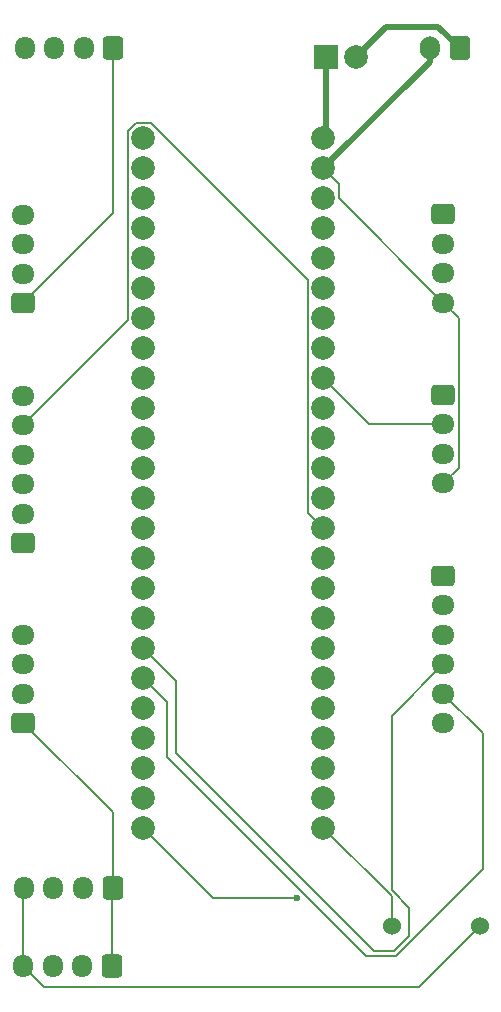
<source format=gbr>
%TF.GenerationSoftware,KiCad,Pcbnew,8.0.3*%
%TF.CreationDate,2024-10-23T15:03:03-04:00*%
%TF.ProjectId,mcu-board,6d63752d-626f-4617-9264-2e6b69636164,rev?*%
%TF.SameCoordinates,Original*%
%TF.FileFunction,Copper,L2,Bot*%
%TF.FilePolarity,Positive*%
%FSLAX46Y46*%
G04 Gerber Fmt 4.6, Leading zero omitted, Abs format (unit mm)*
G04 Created by KiCad (PCBNEW 8.0.3) date 2024-10-23 15:03:03*
%MOMM*%
%LPD*%
G01*
G04 APERTURE LIST*
G04 Aperture macros list*
%AMRoundRect*
0 Rectangle with rounded corners*
0 $1 Rounding radius*
0 $2 $3 $4 $5 $6 $7 $8 $9 X,Y pos of 4 corners*
0 Add a 4 corners polygon primitive as box body*
4,1,4,$2,$3,$4,$5,$6,$7,$8,$9,$2,$3,0*
0 Add four circle primitives for the rounded corners*
1,1,$1+$1,$2,$3*
1,1,$1+$1,$4,$5*
1,1,$1+$1,$6,$7*
1,1,$1+$1,$8,$9*
0 Add four rect primitives between the rounded corners*
20,1,$1+$1,$2,$3,$4,$5,0*
20,1,$1+$1,$4,$5,$6,$7,0*
20,1,$1+$1,$6,$7,$8,$9,0*
20,1,$1+$1,$8,$9,$2,$3,0*%
G04 Aperture macros list end*
%TA.AperFunction,ComponentPad*%
%ADD10R,2.000000X2.000000*%
%TD*%
%TA.AperFunction,ComponentPad*%
%ADD11C,2.000000*%
%TD*%
%TA.AperFunction,ComponentPad*%
%ADD12C,1.524000*%
%TD*%
%TA.AperFunction,ComponentPad*%
%ADD13RoundRect,0.250000X-0.725000X0.600000X-0.725000X-0.600000X0.725000X-0.600000X0.725000X0.600000X0*%
%TD*%
%TA.AperFunction,ComponentPad*%
%ADD14O,1.950000X1.700000*%
%TD*%
%TA.AperFunction,ComponentPad*%
%ADD15RoundRect,0.250000X0.600000X0.725000X-0.600000X0.725000X-0.600000X-0.725000X0.600000X-0.725000X0*%
%TD*%
%TA.AperFunction,ComponentPad*%
%ADD16O,1.700000X1.950000*%
%TD*%
%TA.AperFunction,ComponentPad*%
%ADD17RoundRect,0.250000X0.600000X0.750000X-0.600000X0.750000X-0.600000X-0.750000X0.600000X-0.750000X0*%
%TD*%
%TA.AperFunction,ComponentPad*%
%ADD18O,1.700000X2.000000*%
%TD*%
%TA.AperFunction,ComponentPad*%
%ADD19RoundRect,0.250000X0.725000X-0.600000X0.725000X0.600000X-0.725000X0.600000X-0.725000X-0.600000X0*%
%TD*%
%TA.AperFunction,ViaPad*%
%ADD20C,0.600000*%
%TD*%
%TA.AperFunction,Conductor*%
%ADD21C,0.200000*%
%TD*%
%TA.AperFunction,Conductor*%
%ADD22C,0.508000*%
%TD*%
G04 APERTURE END LIST*
D10*
%TO.P,J11,1,Pin_1*%
%TO.N,Net-(J11-Pin_1)*%
X172960000Y-35000000D03*
D11*
%TO.P,J11,2,Pin_2*%
%TO.N,Net-(J11-Pin_2)*%
X175500000Y-35000000D03*
%TD*%
D12*
%TO.P,BZ1,1,+*%
%TO.N,Net-(BZ1-+)*%
X178500000Y-108600000D03*
%TO.P,BZ1,2,-*%
%TO.N,GND*%
X186000000Y-108600000D03*
%TD*%
D13*
%TO.P,J8,1,Pin_1*%
%TO.N,GND*%
X182880000Y-78940000D03*
D14*
%TO.P,J8,2,Pin_2*%
%TO.N,+3.3V*%
X182880000Y-81440000D03*
%TO.P,J8,3,Pin_3*%
%TO.N,/MISO1*%
X182880000Y-83940000D03*
%TO.P,J8,4,Pin_4*%
%TO.N,/MOSI1*%
X182880000Y-86440000D03*
%TO.P,J8,5,Pin_5*%
%TO.N,/SCK1*%
X182880000Y-88940000D03*
%TO.P,J8,6,Pin_6*%
%TO.N,/CS1*%
X182880000Y-91440000D03*
%TD*%
D13*
%TO.P,J5,1,Pin_1*%
%TO.N,+3.3V*%
X182880000Y-48340000D03*
D14*
%TO.P,J5,2,Pin_2*%
%TO.N,/RX5*%
X182880000Y-50840000D03*
%TO.P,J5,3,Pin_3*%
%TO.N,/TX5*%
X182880000Y-53340000D03*
%TO.P,J5,4,Pin_4*%
%TO.N,GND*%
X182880000Y-55840000D03*
%TD*%
D15*
%TO.P,J3,1,Pin_1*%
%TO.N,+3.3V*%
X154940000Y-34290000D03*
D16*
%TO.P,J3,2,Pin_2*%
%TO.N,/RX1*%
X152440000Y-34290000D03*
%TO.P,J3,3,Pin_3*%
%TO.N,/TX1*%
X149940000Y-34290000D03*
%TO.P,J3,4,Pin_4*%
%TO.N,GND*%
X147440000Y-34290000D03*
%TD*%
D17*
%TO.P,J9,1,Pin_1*%
%TO.N,Net-(J11-Pin_2)*%
X184250000Y-34290000D03*
D18*
%TO.P,J9,2,Pin_2*%
%TO.N,GND*%
X181750000Y-34290000D03*
%TD*%
D13*
%TO.P,J1,1,Pin_1*%
%TO.N,+3.3V*%
X182880000Y-63620000D03*
D14*
%TO.P,J1,2,Pin_2*%
%TO.N,/SDA0*%
X182880000Y-66120000D03*
%TO.P,J1,3,Pin_3*%
%TO.N,/SCL0*%
X182880000Y-68620000D03*
%TO.P,J1,4,Pin_4*%
%TO.N,GND*%
X182880000Y-71120000D03*
%TD*%
D19*
%TO.P,J2,1,Pin_1*%
%TO.N,+3.3V*%
X147320000Y-91440000D03*
D14*
%TO.P,J2,2,Pin_2*%
%TO.N,/SDA2*%
X147320000Y-88940000D03*
%TO.P,J2,3,Pin_3*%
%TO.N,/SCL2*%
X147320000Y-86440000D03*
%TO.P,J2,4,Pin_4*%
%TO.N,GND*%
X147320000Y-83940000D03*
%TD*%
D15*
%TO.P,J7,1,Pin_1*%
%TO.N,+3.3V*%
X154800000Y-112000000D03*
D16*
%TO.P,J7,2,Pin_2*%
%TO.N,/RX8*%
X152300000Y-112000000D03*
%TO.P,J7,3,Pin_3*%
%TO.N,/TX8*%
X149800000Y-112000000D03*
%TO.P,J7,4,Pin_4*%
%TO.N,GND*%
X147300000Y-112000000D03*
%TD*%
D15*
%TO.P,J6,1,Pin_1*%
%TO.N,+3.3V*%
X154860000Y-105400000D03*
D16*
%TO.P,J6,2,Pin_2*%
%TO.N,/RX7*%
X152360000Y-105400000D03*
%TO.P,J6,3,Pin_3*%
%TO.N,/TX7*%
X149860000Y-105400000D03*
%TO.P,J6,4,Pin_4*%
%TO.N,GND*%
X147360000Y-105400000D03*
%TD*%
D19*
%TO.P,J10,1,Pin_1*%
%TO.N,GND*%
X147320000Y-76200000D03*
D14*
%TO.P,J10,2,Pin_2*%
%TO.N,+3.3V*%
X147320000Y-73700000D03*
%TO.P,J10,3,Pin_3*%
%TO.N,/MISO0*%
X147320000Y-71200000D03*
%TO.P,J10,4,Pin_4*%
%TO.N,/MOSI0*%
X147320000Y-68700000D03*
%TO.P,J10,5,Pin_5*%
%TO.N,/SCK0*%
X147320000Y-66200000D03*
%TO.P,J10,6,Pin_6*%
%TO.N,/CS0*%
X147320000Y-63700000D03*
%TD*%
D11*
%TO.P,Teensy4.2,0,GND*%
%TO.N,GND*%
X157480000Y-41910000D03*
%TO.P,Teensy4.2,1,RX1*%
%TO.N,/RX1*%
X157480000Y-44450000D03*
%TO.P,Teensy4.2,2,TX1*%
%TO.N,/TX1*%
X157480000Y-46990000D03*
%TO.P,Teensy4.2,3,PWM*%
%TO.N,unconnected-(Teensy4.2-PWM-Pad3)*%
X157480000Y-49530000D03*
%TO.P,Teensy4.2,4,PWM*%
%TO.N,unconnected-(Teensy4.2-PWM-Pad4)*%
X157480000Y-52070000D03*
%TO.P,Teensy4.2,5,PWM*%
%TO.N,unconnected-(Teensy4.2-PWM-Pad5)*%
X157480000Y-54610000D03*
%TO.P,Teensy4.2,6,PWM*%
%TO.N,unconnected-(Teensy4.2-PWM-Pad6)*%
X157480000Y-57150000D03*
%TO.P,Teensy4.2,7,PWM*%
%TO.N,unconnected-(Teensy4.2-PWM-Pad7)*%
X157480000Y-59690000D03*
%TO.P,Teensy4.2,8,RX2*%
%TO.N,/RX2*%
X157480000Y-62230000D03*
%TO.P,Teensy4.2,9,TX2*%
%TO.N,/TX2*%
X157480000Y-64770000D03*
%TO.P,Teensy4.2,10,PWM*%
%TO.N,unconnected-(Teensy4.2-PWM-Pad10)*%
X157480000Y-67310000D03*
%TO.P,Teensy4.2,11,CS*%
%TO.N,/CS0*%
X157480000Y-69850000D03*
%TO.P,Teensy4.2,12,MOSI*%
%TO.N,/MOSI0*%
X157480000Y-72390000D03*
%TO.P,Teensy4.2,13,MISO*%
%TO.N,/MISO0*%
X157480000Y-74930000D03*
%TO.P,Teensy4.2,14,3.3V*%
%TO.N,+3.3V*%
X157480000Y-77470000D03*
%TO.P,Teensy4.2,15,SCL2*%
%TO.N,/SCL2*%
X157480000Y-80010000D03*
%TO.P,Teensy4.2,16,SDA2*%
%TO.N,/SDA2*%
X157480000Y-82550000D03*
%TO.P,Teensy4.2,17,MOSI1*%
%TO.N,/MOSI1*%
X157480000Y-85090000D03*
%TO.P,Teensy4.2,18,SCK1*%
%TO.N,/SCK1*%
X157480000Y-87630000D03*
%TO.P,Teensy4.2,19,RX7*%
%TO.N,/RX7*%
X157480000Y-90170000D03*
%TO.P,Teensy4.2,20,TX7*%
%TO.N,/TX7*%
X157480000Y-92710000D03*
%TO.P,Teensy4.2,21,GPIO*%
%TO.N,unconnected-(Teensy4.2-GPIO-Pad21)*%
X157480000Y-95250000D03*
%TO.P,Teensy4.2,22,GPIO*%
%TO.N,unconnected-(Teensy4.2-GPIO-Pad22)*%
X157480000Y-97790000D03*
%TO.P,Teensy4.2,23,GPIO*%
%TO.N,Net-(R6-Pad2)*%
X157480000Y-100330000D03*
%TO.P,Teensy4.2,24,PWM*%
%TO.N,Net-(BZ1-+)*%
X172720000Y-100330000D03*
%TO.P,Teensy4.2,25,RX8*%
%TO.N,/RX8*%
X172720000Y-97790000D03*
%TO.P,Teensy4.2,26,TX8*%
%TO.N,/TX8*%
X172720000Y-95250000D03*
%TO.P,Teensy4.2,27,PWM*%
%TO.N,unconnected-(Teensy4.2-PWM-Pad27)*%
X172720000Y-92710000D03*
%TO.P,Teensy4.2,28,PWM*%
%TO.N,unconnected-(Teensy4.2-PWM-Pad28)*%
X172720000Y-90170000D03*
%TO.P,Teensy4.2,29,CS1*%
%TO.N,/CS1*%
X172720000Y-87630000D03*
%TO.P,Teensy4.2,30,MISO*%
%TO.N,/MISO1*%
X172720000Y-85090000D03*
%TO.P,Teensy4.2,31,A16*%
%TO.N,unconnected-(Teensy4.2-A16-Pad31)*%
X172720000Y-82550000D03*
%TO.P,Teensy4.2,32,A17*%
%TO.N,unconnected-(Teensy4.2-A17-Pad32)*%
X172720000Y-80010000D03*
%TO.P,Teensy4.2,33,GND*%
%TO.N,GND*%
X172720000Y-77470000D03*
%TO.P,Teensy4.2,34,SCK*%
%TO.N,/SCK0*%
X172720000Y-74930000D03*
%TO.P,Teensy4.2,35,A0*%
%TO.N,unconnected-(Teensy4.2-A0-Pad35)*%
X172720000Y-72390000D03*
%TO.P,Teensy4.2,36,A1*%
%TO.N,unconnected-(Teensy4.2-A1-Pad36)*%
X172720000Y-69850000D03*
%TO.P,Teensy4.2,37,A2*%
%TO.N,unconnected-(Teensy4.2-A2-Pad37)*%
X172720000Y-67310000D03*
%TO.P,Teensy4.2,38,A3*%
%TO.N,unconnected-(Teensy4.2-A3-Pad38)*%
X172720000Y-64770000D03*
%TO.P,Teensy4.2,39,SDA*%
%TO.N,/SDA0*%
X172720000Y-62230000D03*
%TO.P,Teensy4.2,40,SCL*%
%TO.N,/SCL0*%
X172720000Y-59690000D03*
%TO.P,Teensy4.2,41,TX5*%
%TO.N,/RX5*%
X172720000Y-57150000D03*
%TO.P,Teensy4.2,42,RX5*%
%TO.N,/TX5*%
X172720000Y-54610000D03*
%TO.P,Teensy4.2,43,PWM*%
%TO.N,unconnected-(Teensy4.2-PWM-Pad43)*%
X172720000Y-52070000D03*
%TO.P,Teensy4.2,44,PWM*%
%TO.N,unconnected-(Teensy4.2-PWM-Pad44)*%
X172720000Y-49530000D03*
%TO.P,Teensy4.2,45,3.3V*%
%TO.N,unconnected-(Teensy4.2-3.3V-Pad45)*%
X172720000Y-46990000D03*
%TO.P,Teensy4.2,46,GND*%
%TO.N,GND*%
X172720000Y-44450000D03*
%TO.P,Teensy4.2,47,Vin*%
%TO.N,Net-(J11-Pin_1)*%
X172720000Y-41910000D03*
%TD*%
D19*
%TO.P,J4,1,Pin_1*%
%TO.N,+3.3V*%
X147320000Y-55880000D03*
D14*
%TO.P,J4,2,Pin_2*%
%TO.N,/RX2*%
X147320000Y-53380000D03*
%TO.P,J4,3,Pin_3*%
%TO.N,/TX2*%
X147320000Y-50880000D03*
%TO.P,J4,4,Pin_4*%
%TO.N,GND*%
X147320000Y-48380000D03*
%TD*%
D20*
%TO.N,Net-(R6-Pad2)*%
X170500000Y-106250000D03*
%TD*%
D21*
%TO.N,GND*%
X184155000Y-69845000D02*
X184155000Y-57115000D01*
X186000000Y-108600000D02*
X180850000Y-113750000D01*
X149050000Y-113750000D02*
X147300000Y-112000000D01*
X174020000Y-45750000D02*
X174020000Y-46980000D01*
D22*
X181750000Y-35420000D02*
X181750000Y-34290000D01*
D21*
X147300000Y-105460000D02*
X147360000Y-105400000D01*
X147300000Y-112000000D02*
X147300000Y-105460000D01*
X184155000Y-57115000D02*
X182880000Y-55840000D01*
X182880000Y-71120000D02*
X184155000Y-69845000D01*
D22*
X172720000Y-44450000D02*
X181750000Y-35420000D01*
D21*
X180850000Y-113750000D02*
X149050000Y-113750000D01*
X172720000Y-44450000D02*
X174020000Y-45750000D01*
X174020000Y-46980000D02*
X182880000Y-55840000D01*
%TO.N,/SDA0*%
X182880000Y-66120000D02*
X176610000Y-66120000D01*
X176610000Y-66120000D02*
X172720000Y-62230000D01*
%TO.N,+3.3V*%
X154860000Y-98980000D02*
X147320000Y-91440000D01*
X154800000Y-105460000D02*
X154860000Y-105400000D01*
X154860000Y-98980000D02*
X154860000Y-105400000D01*
X154940000Y-48260000D02*
X154940000Y-34290000D01*
X147320000Y-55880000D02*
X154940000Y-48260000D01*
X154800000Y-112000000D02*
X154800000Y-105460000D01*
%TO.N,/MOSI1*%
X178500000Y-90820000D02*
X178500000Y-105544314D01*
X160250000Y-87860000D02*
X157480000Y-85090000D01*
X182880000Y-86440000D02*
X178500000Y-90820000D01*
X178684314Y-110750000D02*
X177000000Y-110750000D01*
X177000000Y-110750000D02*
X160250000Y-94000000D01*
X178500000Y-105544314D02*
X180000000Y-107044314D01*
X160250000Y-94000000D02*
X160250000Y-87860000D01*
X180000000Y-107044314D02*
X180000000Y-109434314D01*
X180000000Y-109434314D02*
X178684314Y-110750000D01*
%TO.N,/SCK1*%
X159500000Y-94315686D02*
X159500000Y-89650000D01*
X186250000Y-103750000D02*
X178850000Y-111150000D01*
X178850000Y-111150000D02*
X176334314Y-111150000D01*
X176334314Y-111150000D02*
X159500000Y-94315686D01*
X186250000Y-92310000D02*
X186250000Y-103750000D01*
X159500000Y-89650000D02*
X157480000Y-87630000D01*
X182880000Y-88940000D02*
X186250000Y-92310000D01*
%TO.N,/SCK0*%
X171420000Y-53945000D02*
X171420000Y-73630000D01*
X171420000Y-73630000D02*
X172720000Y-74930000D01*
X156180000Y-41305000D02*
X156875000Y-40610000D01*
X156875000Y-40610000D02*
X158085000Y-40610000D01*
X156180000Y-57340000D02*
X156180000Y-41305000D01*
X147320000Y-66200000D02*
X156180000Y-57340000D01*
X158085000Y-40610000D02*
X171420000Y-53945000D01*
D22*
%TO.N,Net-(J11-Pin_2)*%
X178000000Y-32500000D02*
X175500000Y-35000000D01*
X182460000Y-32500000D02*
X178000000Y-32500000D01*
X184250000Y-34290000D02*
X182460000Y-32500000D01*
D21*
%TO.N,Net-(BZ1-+)*%
X178500000Y-108600000D02*
X178500000Y-106110000D01*
X178500000Y-106110000D02*
X172720000Y-100330000D01*
%TO.N,Net-(R6-Pad2)*%
X163400000Y-106250000D02*
X157480000Y-100330000D01*
X170500000Y-106250000D02*
X163400000Y-106250000D01*
D22*
%TO.N,Net-(J11-Pin_1)*%
X172960000Y-35000000D02*
X172960000Y-41670000D01*
X172960000Y-41670000D02*
X172720000Y-41910000D01*
%TD*%
M02*

</source>
